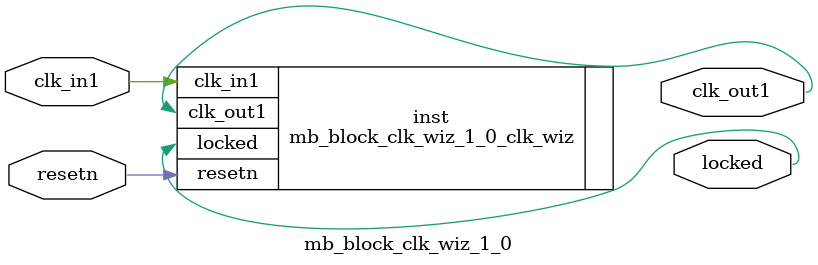
<source format=v>


`timescale 1ps/1ps

(* CORE_GENERATION_INFO = "mb_block_clk_wiz_1_0,clk_wiz_v6_0_11_0_0,{component_name=mb_block_clk_wiz_1_0,use_phase_alignment=true,use_min_o_jitter=false,use_max_i_jitter=false,use_dyn_phase_shift=false,use_inclk_switchover=false,use_dyn_reconfig=false,enable_axi=0,feedback_source=FDBK_AUTO,PRIMITIVE=MMCM,num_out_clk=1,clkin1_period=10.000,clkin2_period=10.000,use_power_down=false,use_reset=true,use_locked=true,use_inclk_stopped=false,feedback_type=SINGLE,CLOCK_MGR_TYPE=NA,manual_override=false}" *)

module mb_block_clk_wiz_1_0 
 (
  // Clock out ports
  output        clk_out1,
  // Status and control signals
  input         resetn,
  output        locked,
 // Clock in ports
  input         clk_in1
 );

  mb_block_clk_wiz_1_0_clk_wiz inst
  (
  // Clock out ports  
  .clk_out1(clk_out1),
  // Status and control signals               
  .resetn(resetn), 
  .locked(locked),
 // Clock in ports
  .clk_in1(clk_in1)
  );

endmodule

</source>
